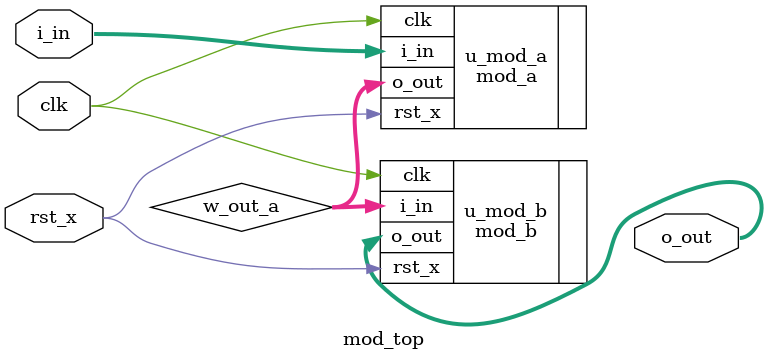
<source format=v>

module mod_top (
  input clk,
  input rst_x,
  input [7:0] i_in,
  output [7:0] o_out
);


wire [7:0] w_out_a;

mod_a u_mod_a (
  .clk(clk),
  .rst_x(rst_x),
  .i_in(i_in),
  .o_out(w_out_a)
);

mod_b u_mod_b (
  .clk(clk),
  .rst_x(rst_x),
  .i_in(w_out_a),
  .o_out(o_out)
);


endmodule

</source>
